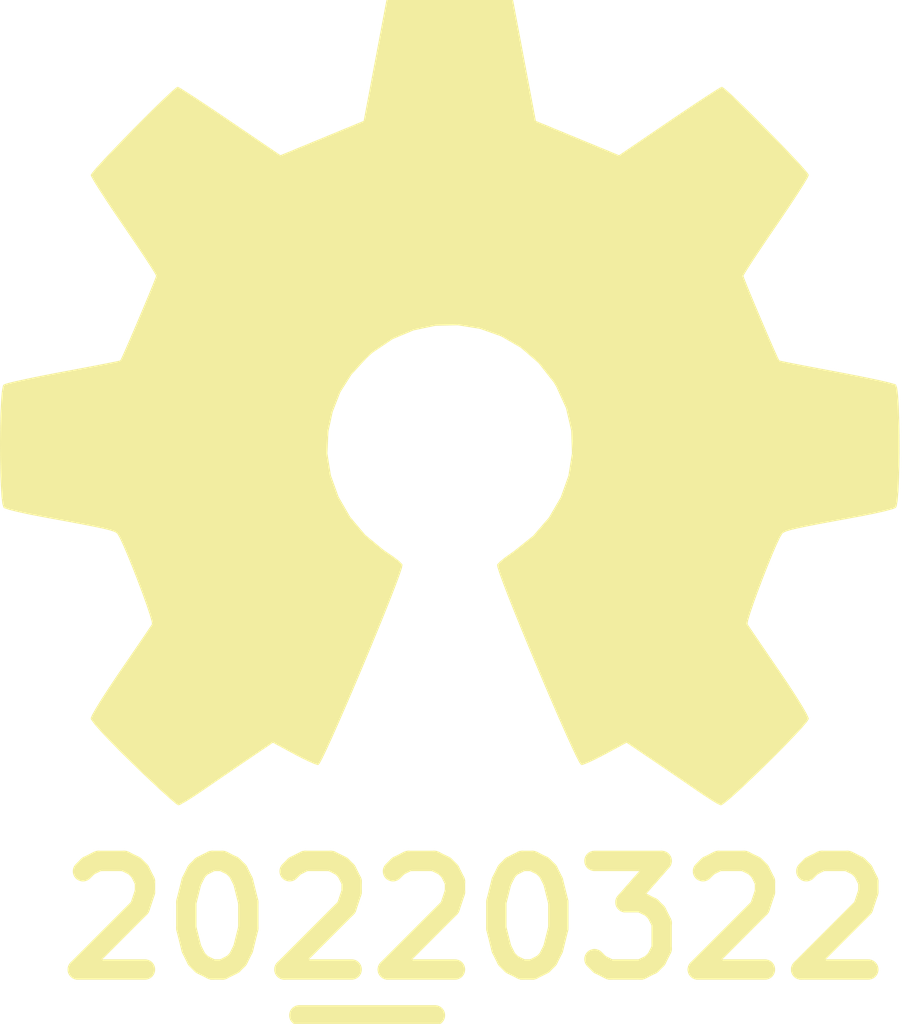
<source format=kicad_pcb>
(kicad_pcb (version 20171130) (host pcbnew 5.99.0+really5.1.10+dfsg1-1)

  (general
    (thickness 1.6)
    (drawings 0)
    (tracks 0)
    (zones 0)
    (modules 2)
    (nets 1)
  )

  (page A4)
  (layers
    (0 F.Cu signal)
    (31 B.Cu signal)
    (32 B.Adhes user)
    (33 F.Adhes user)
    (34 B.Paste user)
    (35 F.Paste user)
    (36 B.SilkS user)
    (37 F.SilkS user)
    (38 B.Mask user)
    (39 F.Mask user)
    (40 Dwgs.User user)
    (41 Cmts.User user)
    (42 Eco1.User user)
    (43 Eco2.User user)
    (44 Edge.Cuts user)
    (45 Margin user)
    (46 B.CrtYd user)
    (47 F.CrtYd user)
    (48 B.Fab user)
    (49 F.Fab user)
  )

  (setup
    (last_trace_width 0.25)
    (user_trace_width 0.2)
    (user_trace_width 0.3)
    (user_trace_width 0.4)
    (user_trace_width 0.6)
    (user_trace_width 0.8)
    (user_trace_width 1)
    (user_trace_width 1.2)
    (user_trace_width 1.4)
    (user_trace_width 1.6)
    (user_trace_width 2)
    (trace_clearance 0.2)
    (zone_clearance 0.508)
    (zone_45_only no)
    (trace_min 0.1524)
    (via_size 0.8)
    (via_drill 0.4)
    (via_min_size 0.381)
    (via_min_drill 0.254)
    (user_via 0.4 0.254)
    (user_via 0.5 0.3)
    (user_via 0.6 0.4)
    (user_via 0.8 0.6)
    (user_via 1.1 0.8)
    (user_via 1.3 1)
    (user_via 1.5 1.2)
    (user_via 1.7 1.4)
    (user_via 1.9 1.6)
    (user_via 2.5 2)
    (uvia_size 0.3)
    (uvia_drill 0.1)
    (uvias_allowed no)
    (uvia_min_size 0.2)
    (uvia_min_drill 0.1)
    (edge_width 0.05)
    (segment_width 0.2)
    (pcb_text_width 0.3)
    (pcb_text_size 1.5 1.5)
    (mod_edge_width 0.12)
    (mod_text_size 0.8 0.8)
    (mod_text_width 0.12)
    (pad_size 1.524 1.524)
    (pad_drill 0.762)
    (pad_to_mask_clearance 0.0762)
    (solder_mask_min_width 0.1016)
    (pad_to_paste_clearance_ratio -0.1)
    (aux_axis_origin 0 0)
    (visible_elements FFFFFF7F)
    (pcbplotparams
      (layerselection 0x010fc_ffffffff)
      (usegerberextensions false)
      (usegerberattributes true)
      (usegerberadvancedattributes true)
      (creategerberjobfile true)
      (excludeedgelayer true)
      (linewidth 0.100000)
      (plotframeref false)
      (viasonmask false)
      (mode 1)
      (useauxorigin false)
      (hpglpennumber 1)
      (hpglpenspeed 20)
      (hpglpendiameter 15.000000)
      (psnegative false)
      (psa4output false)
      (plotreference true)
      (plotvalue true)
      (plotinvisibletext false)
      (padsonsilk false)
      (subtractmaskfromsilk false)
      (outputformat 1)
      (mirror false)
      (drillshape 1)
      (scaleselection 1)
      (outputdirectory ""))
  )

  (net 0 "")

  (net_class Default "This is the default net class."
    (clearance 0.2)
    (trace_width 0.25)
    (via_dia 0.8)
    (via_drill 0.4)
    (uvia_dia 0.3)
    (uvia_drill 0.1)
  )

  (module Symbol:OSHW-Symbol_6.7x6mm_SilkScreen (layer F.Cu) (tedit 0) (tstamp 5EE12086)
    (at 138.7 87.6)
    (descr "Open Source Hardware Symbol")
    (tags "Logo Symbol OSHW")
    (path /5EE13678)
    (attr virtual)
    (fp_text reference N2 (at 0 0) (layer F.SilkS) hide
      (effects (font (size 1 1) (thickness 0.15)))
    )
    (fp_text value OHWLOGO (at 0.75 0) (layer F.Fab) hide
      (effects (font (size 1 1) (thickness 0.15)))
    )
    (fp_poly (pts (xy 0.555814 -2.531069) (xy 0.639635 -2.086445) (xy 0.94892 -1.958947) (xy 1.258206 -1.831449)
      (xy 1.629246 -2.083754) (xy 1.733157 -2.154004) (xy 1.827087 -2.216728) (xy 1.906652 -2.269062)
      (xy 1.96747 -2.308143) (xy 2.005157 -2.331107) (xy 2.015421 -2.336058) (xy 2.03391 -2.323324)
      (xy 2.07342 -2.288118) (xy 2.129522 -2.234938) (xy 2.197787 -2.168282) (xy 2.273786 -2.092646)
      (xy 2.353092 -2.012528) (xy 2.431275 -1.932426) (xy 2.503907 -1.856836) (xy 2.566559 -1.790255)
      (xy 2.614803 -1.737182) (xy 2.64421 -1.702113) (xy 2.651241 -1.690377) (xy 2.641123 -1.66874)
      (xy 2.612759 -1.621338) (xy 2.569129 -1.552807) (xy 2.513218 -1.467785) (xy 2.448006 -1.370907)
      (xy 2.410219 -1.31565) (xy 2.341343 -1.214752) (xy 2.28014 -1.123701) (xy 2.229578 -1.04703)
      (xy 2.192628 -0.989272) (xy 2.172258 -0.954957) (xy 2.169197 -0.947746) (xy 2.176136 -0.927252)
      (xy 2.195051 -0.879487) (xy 2.223087 -0.811168) (xy 2.257391 -0.729011) (xy 2.295109 -0.63973)
      (xy 2.333387 -0.550042) (xy 2.36937 -0.466662) (xy 2.400206 -0.396306) (xy 2.423039 -0.34569)
      (xy 2.435017 -0.321529) (xy 2.435724 -0.320578) (xy 2.454531 -0.315964) (xy 2.504618 -0.305672)
      (xy 2.580793 -0.290713) (xy 2.677865 -0.272099) (xy 2.790643 -0.250841) (xy 2.856442 -0.238582)
      (xy 2.97695 -0.215638) (xy 3.085797 -0.193805) (xy 3.177476 -0.174278) (xy 3.246481 -0.158252)
      (xy 3.287304 -0.146921) (xy 3.295511 -0.143326) (xy 3.303548 -0.118994) (xy 3.310033 -0.064041)
      (xy 3.31497 0.015108) (xy 3.318364 0.112026) (xy 3.320218 0.220287) (xy 3.320538 0.333465)
      (xy 3.319327 0.445135) (xy 3.31659 0.548868) (xy 3.312331 0.638241) (xy 3.306555 0.706826)
      (xy 3.299267 0.748197) (xy 3.294895 0.75681) (xy 3.268764 0.767133) (xy 3.213393 0.781892)
      (xy 3.136107 0.799352) (xy 3.04423 0.81778) (xy 3.012158 0.823741) (xy 2.857524 0.852066)
      (xy 2.735375 0.874876) (xy 2.641673 0.89308) (xy 2.572384 0.907583) (xy 2.523471 0.919292)
      (xy 2.490897 0.929115) (xy 2.470628 0.937956) (xy 2.458626 0.946724) (xy 2.456947 0.948457)
      (xy 2.440184 0.976371) (xy 2.414614 1.030695) (xy 2.382788 1.104777) (xy 2.34726 1.191965)
      (xy 2.310583 1.285608) (xy 2.275311 1.379052) (xy 2.243996 1.465647) (xy 2.219193 1.53874)
      (xy 2.203454 1.591678) (xy 2.199332 1.617811) (xy 2.199676 1.618726) (xy 2.213641 1.640086)
      (xy 2.245322 1.687084) (xy 2.291391 1.754827) (xy 2.348518 1.838423) (xy 2.413373 1.932982)
      (xy 2.431843 1.959854) (xy 2.497699 2.057275) (xy 2.55565 2.146163) (xy 2.602538 2.221412)
      (xy 2.635207 2.27792) (xy 2.6505 2.310581) (xy 2.651241 2.314593) (xy 2.638392 2.335684)
      (xy 2.602888 2.377464) (xy 2.549293 2.435445) (xy 2.482171 2.505135) (xy 2.406087 2.582045)
      (xy 2.325604 2.661683) (xy 2.245287 2.739561) (xy 2.169699 2.811186) (xy 2.103405 2.87207)
      (xy 2.050969 2.917721) (xy 2.016955 2.94365) (xy 2.007545 2.947883) (xy 1.985643 2.937912)
      (xy 1.9408 2.91102) (xy 1.880321 2.871736) (xy 1.833789 2.840117) (xy 1.749475 2.782098)
      (xy 1.649626 2.713784) (xy 1.549473 2.645579) (xy 1.495627 2.609075) (xy 1.313371 2.4858)
      (xy 1.160381 2.56852) (xy 1.090682 2.604759) (xy 1.031414 2.632926) (xy 0.991311 2.648991)
      (xy 0.981103 2.651226) (xy 0.968829 2.634722) (xy 0.944613 2.588082) (xy 0.910263 2.515609)
      (xy 0.867588 2.421606) (xy 0.818394 2.310374) (xy 0.76449 2.186215) (xy 0.707684 2.053432)
      (xy 0.649782 1.916327) (xy 0.592593 1.779202) (xy 0.537924 1.646358) (xy 0.487584 1.522098)
      (xy 0.44338 1.410725) (xy 0.407119 1.316539) (xy 0.380609 1.243844) (xy 0.365658 1.196941)
      (xy 0.363254 1.180833) (xy 0.382311 1.160286) (xy 0.424036 1.126933) (xy 0.479706 1.087702)
      (xy 0.484378 1.084599) (xy 0.628264 0.969423) (xy 0.744283 0.835053) (xy 0.83143 0.685784)
      (xy 0.888699 0.525913) (xy 0.915086 0.359737) (xy 0.909585 0.191552) (xy 0.87119 0.025655)
      (xy 0.798895 -0.133658) (xy 0.777626 -0.168513) (xy 0.666996 -0.309263) (xy 0.536302 -0.422286)
      (xy 0.390064 -0.506997) (xy 0.232808 -0.562806) (xy 0.069057 -0.589126) (xy -0.096667 -0.58537)
      (xy -0.259838 -0.55095) (xy -0.415935 -0.485277) (xy -0.560433 -0.387765) (xy -0.605131 -0.348187)
      (xy -0.718888 -0.224297) (xy -0.801782 -0.093876) (xy -0.858644 0.052315) (xy -0.890313 0.197088)
      (xy -0.898131 0.35986) (xy -0.872062 0.52344) (xy -0.814755 0.682298) (xy -0.728856 0.830906)
      (xy -0.617014 0.963735) (xy -0.481877 1.075256) (xy -0.464117 1.087011) (xy -0.40785 1.125508)
      (xy -0.365077 1.158863) (xy -0.344628 1.18016) (xy -0.344331 1.180833) (xy -0.348721 1.203871)
      (xy -0.366124 1.256157) (xy -0.394732 1.33339) (xy -0.432735 1.431268) (xy -0.478326 1.545491)
      (xy -0.529697 1.671758) (xy -0.585038 1.805767) (xy -0.642542 1.943218) (xy -0.700399 2.079808)
      (xy -0.756802 2.211237) (xy -0.809942 2.333205) (xy -0.85801 2.441409) (xy -0.899199 2.531549)
      (xy -0.931699 2.599323) (xy -0.953703 2.64043) (xy -0.962564 2.651226) (xy -0.98964 2.642819)
      (xy -1.040303 2.620272) (xy -1.105817 2.587613) (xy -1.141841 2.56852) (xy -1.294832 2.4858)
      (xy -1.477088 2.609075) (xy -1.570125 2.672228) (xy -1.671985 2.741727) (xy -1.767438 2.807165)
      (xy -1.81525 2.840117) (xy -1.882495 2.885273) (xy -1.939436 2.921057) (xy -1.978646 2.942938)
      (xy -1.991381 2.947563) (xy -2.009917 2.935085) (xy -2.050941 2.900252) (xy -2.110475 2.846678)
      (xy -2.184542 2.777983) (xy -2.269165 2.697781) (xy -2.322685 2.646286) (xy -2.416319 2.554286)
      (xy -2.497241 2.471999) (xy -2.562177 2.402945) (xy -2.607858 2.350644) (xy -2.631011 2.318616)
      (xy -2.633232 2.312116) (xy -2.622924 2.287394) (xy -2.594439 2.237405) (xy -2.550937 2.167212)
      (xy -2.495577 2.081875) (xy -2.43152 1.986456) (xy -2.413303 1.959854) (xy -2.346927 1.863167)
      (xy -2.287378 1.776117) (xy -2.237984 1.703595) (xy -2.202075 1.650493) (xy -2.182981 1.621703)
      (xy -2.181136 1.618726) (xy -2.183895 1.595782) (xy -2.198538 1.545336) (xy -2.222513 1.474041)
      (xy -2.253266 1.388547) (xy -2.288244 1.295507) (xy -2.324893 1.201574) (xy -2.360661 1.113399)
      (xy -2.392994 1.037634) (xy -2.419338 0.980931) (xy -2.437142 0.949943) (xy -2.438407 0.948457)
      (xy -2.449294 0.939601) (xy -2.467682 0.930843) (xy -2.497606 0.921277) (xy -2.543103 0.909996)
      (xy -2.608209 0.896093) (xy -2.696961 0.878663) (xy -2.813393 0.856798) (xy -2.961542 0.829591)
      (xy -2.993618 0.823741) (xy -3.088686 0.805374) (xy -3.171565 0.787405) (xy -3.23493 0.771569)
      (xy -3.271458 0.7596) (xy -3.276356 0.75681) (xy -3.284427 0.732072) (xy -3.290987 0.67679)
      (xy -3.296033 0.597389) (xy -3.299559 0.500296) (xy -3.301561 0.391938) (xy -3.302036 0.27874)
      (xy -3.300977 0.167128) (xy -3.298382 0.063529) (xy -3.294246 -0.025632) (xy -3.288563 -0.093928)
      (xy -3.281331 -0.134934) (xy -3.276971 -0.143326) (xy -3.252698 -0.151792) (xy -3.197426 -0.165565)
      (xy -3.116662 -0.18345) (xy -3.015912 -0.204252) (xy -2.900683 -0.226777) (xy -2.837902 -0.238582)
      (xy -2.718787 -0.260849) (xy -2.612565 -0.281021) (xy -2.524427 -0.298085) (xy -2.459566 -0.311031)
      (xy -2.423174 -0.318845) (xy -2.417184 -0.320578) (xy -2.407061 -0.34011) (xy -2.385662 -0.387157)
      (xy -2.355839 -0.454997) (xy -2.320445 -0.536909) (xy -2.282332 -0.626172) (xy -2.244353 -0.716065)
      (xy -2.20936 -0.799865) (xy -2.180206 -0.870853) (xy -2.159743 -0.922306) (xy -2.150823 -0.947503)
      (xy -2.150657 -0.948604) (xy -2.160769 -0.968481) (xy -2.189117 -1.014223) (xy -2.232723 -1.081283)
      (xy -2.288606 -1.165116) (xy -2.353787 -1.261174) (xy -2.391679 -1.31635) (xy -2.460725 -1.417519)
      (xy -2.52205 -1.50937) (xy -2.572663 -1.587256) (xy -2.609571 -1.646531) (xy -2.629782 -1.682549)
      (xy -2.632701 -1.690623) (xy -2.620153 -1.709416) (xy -2.585463 -1.749543) (xy -2.533063 -1.806507)
      (xy -2.467384 -1.875815) (xy -2.392856 -1.952969) (xy -2.313913 -2.033475) (xy -2.234983 -2.112837)
      (xy -2.1605 -2.18656) (xy -2.094894 -2.250148) (xy -2.042596 -2.299106) (xy -2.008039 -2.328939)
      (xy -1.996478 -2.336058) (xy -1.977654 -2.326047) (xy -1.932631 -2.297922) (xy -1.865787 -2.254546)
      (xy -1.781499 -2.198782) (xy -1.684144 -2.133494) (xy -1.610707 -2.083754) (xy -1.239667 -1.831449)
      (xy -0.621095 -2.086445) (xy -0.537275 -2.531069) (xy -0.453454 -2.975693) (xy 0.471994 -2.975693)
      (xy 0.555814 -2.531069)) (layer F.SilkS) (width 0.01))
  )

  (module SquantorLabels:Label_Generic (layer F.Cu) (tedit 5D8A7D4C) (tstamp 5EE12051)
    (at 138.1 91.5)
    (descr "Label for general purpose use")
    (tags Label)
    (path /5EE12BF3)
    (attr smd)
    (fp_text reference N1 (at 0 1.85) (layer F.Fab) hide
      (effects (font (size 1 1) (thickness 0.15)))
    )
    (fp_text value 20220322 (at 0.8 -0.1) (layer F.SilkS)
      (effects (font (size 0.8 0.8) (thickness 0.15)))
    )
    (fp_line (start -0.5 0.6) (end 0.5 0.6) (layer F.SilkS) (width 0.15))
  )

)

</source>
